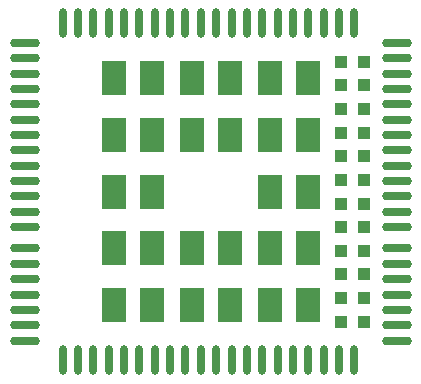
<source format=gtp>
G04*
G04 #@! TF.GenerationSoftware,Altium Limited,Altium Designer,22.2.1 (43)*
G04*
G04 Layer_Color=8421504*
%FSLAX25Y25*%
%MOIN*%
G70*
G04*
G04 #@! TF.SameCoordinates,176B9DA6-FD0B-44AF-BA7B-BFE41C1ADE4B*
G04*
G04*
G04 #@! TF.FilePolarity,Positive*
G04*
G01*
G75*
G04:AMPARAMS|DCode=15|XSize=98.43mil|YSize=28.35mil|CornerRadius=14.17mil|HoleSize=0mil|Usage=FLASHONLY|Rotation=180.000|XOffset=0mil|YOffset=0mil|HoleType=Round|Shape=RoundedRectangle|*
%AMROUNDEDRECTD15*
21,1,0.09843,0.00000,0,0,180.0*
21,1,0.07008,0.02835,0,0,180.0*
1,1,0.02835,-0.03504,0.00000*
1,1,0.02835,0.03504,0.00000*
1,1,0.02835,0.03504,0.00000*
1,1,0.02835,-0.03504,0.00000*
%
%ADD15ROUNDEDRECTD15*%
G04:AMPARAMS|DCode=16|XSize=98.43mil|YSize=28.35mil|CornerRadius=14.17mil|HoleSize=0mil|Usage=FLASHONLY|Rotation=270.000|XOffset=0mil|YOffset=0mil|HoleType=Round|Shape=RoundedRectangle|*
%AMROUNDEDRECTD16*
21,1,0.09843,0.00000,0,0,270.0*
21,1,0.07008,0.02835,0,0,270.0*
1,1,0.02835,0.00000,-0.03504*
1,1,0.02835,0.00000,0.03504*
1,1,0.02835,0.00000,0.03504*
1,1,0.02835,0.00000,-0.03504*
%
%ADD16ROUNDEDRECTD16*%
%ADD17R,0.07874X0.11811*%
%ADD18R,0.04331X0.04331*%
D15*
X140769Y23127D02*
D03*
Y28245D02*
D03*
Y33363D02*
D03*
Y38481D02*
D03*
Y43599D02*
D03*
Y48717D02*
D03*
Y53836D02*
D03*
Y71158D02*
D03*
Y76277D02*
D03*
Y81395D02*
D03*
Y86513D02*
D03*
Y91631D02*
D03*
Y96749D02*
D03*
Y101867D02*
D03*
Y106985D02*
D03*
Y112103D02*
D03*
Y117221D02*
D03*
Y122340D02*
D03*
X16753D02*
D03*
Y117221D02*
D03*
Y112103D02*
D03*
Y106985D02*
D03*
Y101867D02*
D03*
Y96749D02*
D03*
Y91631D02*
D03*
Y86513D02*
D03*
Y81395D02*
D03*
Y76277D02*
D03*
Y71158D02*
D03*
Y53836D02*
D03*
Y48717D02*
D03*
Y43599D02*
D03*
Y38481D02*
D03*
Y33363D02*
D03*
Y28245D02*
D03*
Y23127D02*
D03*
X140769Y60922D02*
D03*
Y66040D02*
D03*
X16753D02*
D03*
Y60922D02*
D03*
D16*
X116359Y128836D02*
D03*
X111241D02*
D03*
X106123D02*
D03*
X101005D02*
D03*
X95887D02*
D03*
X90769D02*
D03*
X85650D02*
D03*
X80532D02*
D03*
X75414D02*
D03*
X70296D02*
D03*
X65178D02*
D03*
X60060D02*
D03*
X54942D02*
D03*
X49824D02*
D03*
X44706D02*
D03*
X39588D02*
D03*
X34469D02*
D03*
X29351D02*
D03*
Y16631D02*
D03*
X34469D02*
D03*
X39588D02*
D03*
X44706D02*
D03*
X49824D02*
D03*
X54942D02*
D03*
X60060D02*
D03*
X65178D02*
D03*
X70296D02*
D03*
X75414D02*
D03*
X80532D02*
D03*
X85650D02*
D03*
X90769D02*
D03*
X95887D02*
D03*
X101005D02*
D03*
X106123D02*
D03*
X111241D02*
D03*
X116359D02*
D03*
X121477D02*
D03*
X126595D02*
D03*
X121477Y128836D02*
D03*
X126595D02*
D03*
D17*
X46477Y34938D02*
D03*
Y53836D02*
D03*
Y72733D02*
D03*
Y91631D02*
D03*
Y110529D02*
D03*
X59076Y34938D02*
D03*
Y53836D02*
D03*
Y72733D02*
D03*
Y91631D02*
D03*
Y110529D02*
D03*
X72462Y34938D02*
D03*
Y53836D02*
D03*
Y91631D02*
D03*
Y110529D02*
D03*
X85060Y34938D02*
D03*
Y53836D02*
D03*
Y91631D02*
D03*
Y110529D02*
D03*
X98446Y34938D02*
D03*
Y53836D02*
D03*
Y72733D02*
D03*
Y91631D02*
D03*
Y110529D02*
D03*
X111044Y34938D02*
D03*
Y53836D02*
D03*
Y72733D02*
D03*
Y91631D02*
D03*
Y110529D02*
D03*
D18*
X122068Y29426D02*
D03*
Y37300D02*
D03*
Y45174D02*
D03*
Y53048D02*
D03*
Y60922D02*
D03*
Y68796D02*
D03*
Y76670D02*
D03*
Y84544D02*
D03*
Y92418D02*
D03*
Y100292D02*
D03*
Y108166D02*
D03*
Y116040D02*
D03*
X129942Y29426D02*
D03*
Y37300D02*
D03*
Y45174D02*
D03*
Y53048D02*
D03*
Y60922D02*
D03*
Y68796D02*
D03*
Y76670D02*
D03*
Y84544D02*
D03*
Y92418D02*
D03*
Y100292D02*
D03*
Y108166D02*
D03*
Y116040D02*
D03*
M02*

</source>
